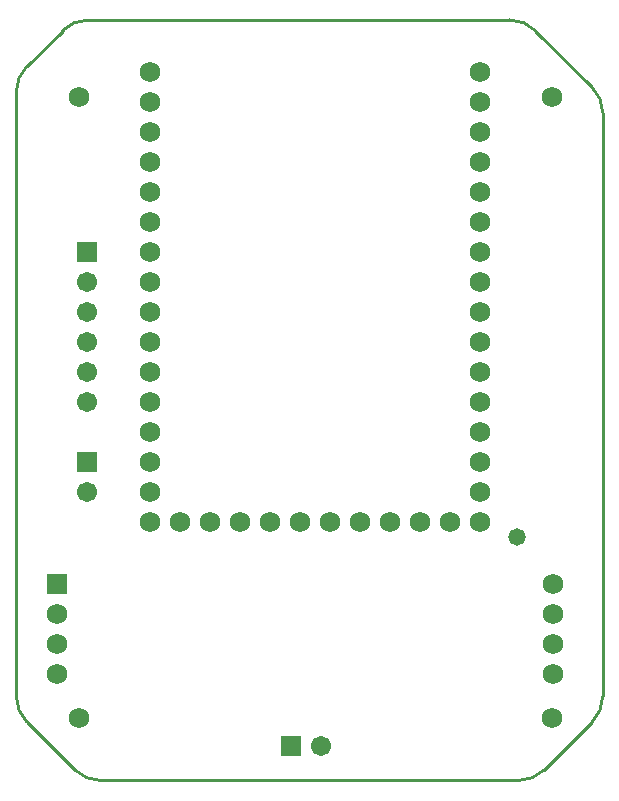
<source format=gbs>
G04 Layer_Color=16711935*
%FSLAX25Y25*%
%MOIN*%
G70*
G01*
G75*
%ADD11C,0.01000*%
%ADD19C,0.06800*%
%ADD20R,0.06800X0.06800*%
%ADD21C,0.06706*%
%ADD22R,0.06706X0.06706*%
%ADD23R,0.06706X0.06706*%
%ADD24C,0.05800*%
D11*
X173036Y249964D02*
G03*
X164500Y253500I-8535J-8535D01*
G01*
X195500Y222500D02*
G03*
X191964Y231035I-12071J0D01*
G01*
Y19465D02*
G03*
X195500Y28000I-8535J8535D01*
G01*
X167500Y0D02*
G03*
X176035Y3536I0J12071D01*
G01*
X19465D02*
G03*
X28000Y0I8535J8535D01*
G01*
X0Y28000D02*
G03*
X3536Y19465I12071J0D01*
G01*
Y238035D02*
G03*
X0Y229500I8535J-8535D01*
G01*
X24000Y253500D02*
G03*
X15464Y249964I0J-12071D01*
G01*
X92000Y253500D02*
X164500D01*
X173036Y249964D02*
X191964Y231035D01*
X195500Y28000D02*
Y222500D01*
X176035Y3536D02*
X191964Y19465D01*
X28000Y0D02*
X167500D01*
X3536Y19465D02*
X19465Y3536D01*
X0Y28000D02*
Y229500D01*
X3536Y238035D02*
X15464Y249964D01*
X24000Y253500D02*
X92000D01*
D19*
X13500Y35500D02*
D03*
Y45500D02*
D03*
Y55500D02*
D03*
X178854Y65500D02*
D03*
Y55500D02*
D03*
Y45500D02*
D03*
Y35500D02*
D03*
X154500Y236000D02*
D03*
Y226000D02*
D03*
Y216000D02*
D03*
Y206000D02*
D03*
Y196000D02*
D03*
Y186000D02*
D03*
Y176000D02*
D03*
Y166000D02*
D03*
Y156000D02*
D03*
Y146000D02*
D03*
Y136000D02*
D03*
Y126000D02*
D03*
Y116000D02*
D03*
Y106000D02*
D03*
Y96000D02*
D03*
Y86000D02*
D03*
X144500D02*
D03*
X134500D02*
D03*
X124500D02*
D03*
X114500D02*
D03*
X104500D02*
D03*
X94500D02*
D03*
X84500D02*
D03*
X74500D02*
D03*
X64500D02*
D03*
X54500D02*
D03*
X44500Y236000D02*
D03*
Y226000D02*
D03*
Y216000D02*
D03*
Y206000D02*
D03*
Y196000D02*
D03*
Y186000D02*
D03*
Y176000D02*
D03*
Y166000D02*
D03*
Y156000D02*
D03*
Y146000D02*
D03*
Y136000D02*
D03*
Y126000D02*
D03*
Y116000D02*
D03*
Y106000D02*
D03*
Y96000D02*
D03*
Y86000D02*
D03*
X20980Y20953D02*
D03*
X178461D02*
D03*
Y227646D02*
D03*
X20980D02*
D03*
D20*
X13500Y65500D02*
D03*
D21*
X23500Y126000D02*
D03*
Y136000D02*
D03*
Y146000D02*
D03*
Y156000D02*
D03*
Y166000D02*
D03*
Y96047D02*
D03*
X101500Y11500D02*
D03*
D22*
X23500Y176000D02*
D03*
Y106047D02*
D03*
D23*
X91500Y11500D02*
D03*
D24*
X167000Y81000D02*
D03*
M02*

</source>
